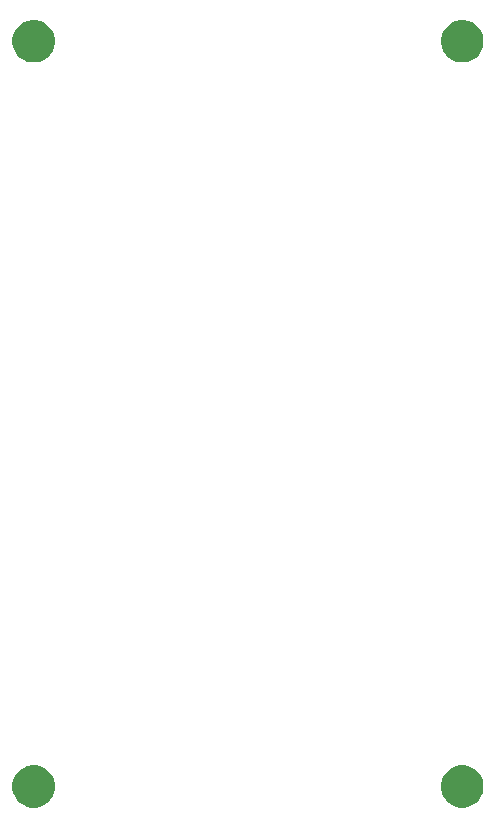
<source format=gbr>
G04 #@! TF.GenerationSoftware,KiCad,Pcbnew,5.0.2-bee76a0~70~ubuntu18.04.1*
G04 #@! TF.CreationDate,2019-01-05T09:40:10+09:00*
G04 #@! TF.ProjectId,bottom_pcb,626f7474-6f6d-45f7-9063-622e6b696361,rev?*
G04 #@! TF.SameCoordinates,Original*
G04 #@! TF.FileFunction,Soldermask,Bot*
G04 #@! TF.FilePolarity,Negative*
%FSLAX46Y46*%
G04 Gerber Fmt 4.6, Leading zero omitted, Abs format (unit mm)*
G04 Created by KiCad (PCBNEW 5.0.2-bee76a0~70~ubuntu18.04.1) date 2019年01月05日 09時40分10秒*
%MOMM*%
%LPD*%
G01*
G04 APERTURE LIST*
%ADD10C,0.100000*%
G04 APERTURE END LIST*
D10*
G36*
X166296291Y-114219611D02*
X166624052Y-114355374D01*
X166919033Y-114552474D01*
X167169886Y-114803327D01*
X167366986Y-115098308D01*
X167502749Y-115426069D01*
X167571960Y-115774016D01*
X167571960Y-116128784D01*
X167502749Y-116476731D01*
X167366986Y-116804492D01*
X167169886Y-117099473D01*
X166919033Y-117350326D01*
X166624052Y-117547426D01*
X166296291Y-117683189D01*
X165948344Y-117752400D01*
X165593576Y-117752400D01*
X165245629Y-117683189D01*
X164917868Y-117547426D01*
X164622887Y-117350326D01*
X164372034Y-117099473D01*
X164174934Y-116804492D01*
X164039171Y-116476731D01*
X163969960Y-116128784D01*
X163969960Y-115774016D01*
X164039171Y-115426069D01*
X164174934Y-115098308D01*
X164372034Y-114803327D01*
X164622887Y-114552474D01*
X164917868Y-114355374D01*
X165245629Y-114219611D01*
X165593576Y-114150400D01*
X165948344Y-114150400D01*
X166296291Y-114219611D01*
X166296291Y-114219611D01*
G37*
G36*
X130024291Y-114219611D02*
X130352052Y-114355374D01*
X130647033Y-114552474D01*
X130897886Y-114803327D01*
X131094986Y-115098308D01*
X131230749Y-115426069D01*
X131299960Y-115774016D01*
X131299960Y-116128784D01*
X131230749Y-116476731D01*
X131094986Y-116804492D01*
X130897886Y-117099473D01*
X130647033Y-117350326D01*
X130352052Y-117547426D01*
X130024291Y-117683189D01*
X129676344Y-117752400D01*
X129321576Y-117752400D01*
X128973629Y-117683189D01*
X128645868Y-117547426D01*
X128350887Y-117350326D01*
X128100034Y-117099473D01*
X127902934Y-116804492D01*
X127767171Y-116476731D01*
X127697960Y-116128784D01*
X127697960Y-115774016D01*
X127767171Y-115426069D01*
X127902934Y-115098308D01*
X128100034Y-114803327D01*
X128350887Y-114552474D01*
X128645868Y-114355374D01*
X128973629Y-114219611D01*
X129321576Y-114150400D01*
X129676344Y-114150400D01*
X130024291Y-114219611D01*
X130024291Y-114219611D01*
G37*
G36*
X166296291Y-51127611D02*
X166624052Y-51263374D01*
X166919033Y-51460474D01*
X167169886Y-51711327D01*
X167366986Y-52006308D01*
X167502749Y-52334069D01*
X167571960Y-52682016D01*
X167571960Y-53036784D01*
X167502749Y-53384731D01*
X167366986Y-53712492D01*
X167169886Y-54007473D01*
X166919033Y-54258326D01*
X166624052Y-54455426D01*
X166296291Y-54591189D01*
X165948344Y-54660400D01*
X165593576Y-54660400D01*
X165245629Y-54591189D01*
X164917868Y-54455426D01*
X164622887Y-54258326D01*
X164372034Y-54007473D01*
X164174934Y-53712492D01*
X164039171Y-53384731D01*
X163969960Y-53036784D01*
X163969960Y-52682016D01*
X164039171Y-52334069D01*
X164174934Y-52006308D01*
X164372034Y-51711327D01*
X164622887Y-51460474D01*
X164917868Y-51263374D01*
X165245629Y-51127611D01*
X165593576Y-51058400D01*
X165948344Y-51058400D01*
X166296291Y-51127611D01*
X166296291Y-51127611D01*
G37*
G36*
X130024291Y-51127611D02*
X130352052Y-51263374D01*
X130647033Y-51460474D01*
X130897886Y-51711327D01*
X131094986Y-52006308D01*
X131230749Y-52334069D01*
X131299960Y-52682016D01*
X131299960Y-53036784D01*
X131230749Y-53384731D01*
X131094986Y-53712492D01*
X130897886Y-54007473D01*
X130647033Y-54258326D01*
X130352052Y-54455426D01*
X130024291Y-54591189D01*
X129676344Y-54660400D01*
X129321576Y-54660400D01*
X128973629Y-54591189D01*
X128645868Y-54455426D01*
X128350887Y-54258326D01*
X128100034Y-54007473D01*
X127902934Y-53712492D01*
X127767171Y-53384731D01*
X127697960Y-53036784D01*
X127697960Y-52682016D01*
X127767171Y-52334069D01*
X127902934Y-52006308D01*
X128100034Y-51711327D01*
X128350887Y-51460474D01*
X128645868Y-51263374D01*
X128973629Y-51127611D01*
X129321576Y-51058400D01*
X129676344Y-51058400D01*
X130024291Y-51127611D01*
X130024291Y-51127611D01*
G37*
M02*

</source>
